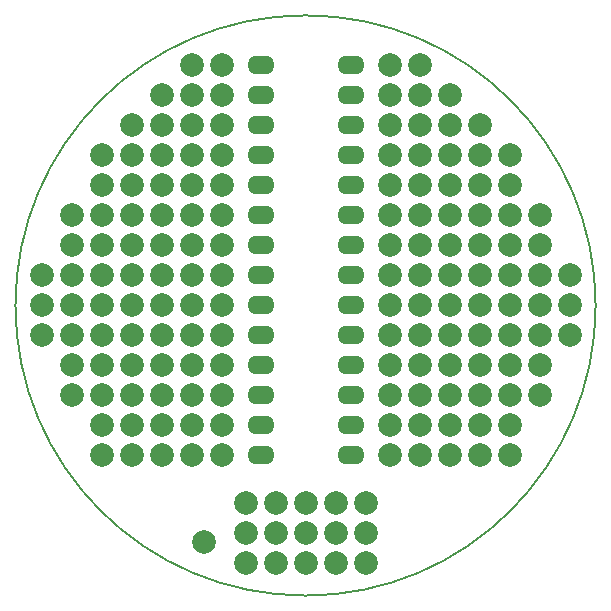
<source format=gtl>
G04 #@! TF.FileFunction,Copper,L1,Top,Signal*
%FSLAX46Y46*%
G04 Gerber Fmt 4.6, Leading zero omitted, Abs format (unit mm)*
G04 Created by KiCad (PCBNEW 4.0.2-4+6225~38~ubuntu15.10.1-stable) date So 13 Mär 2016 18:41:02 CET*
%MOMM*%
G01*
G04 APERTURE LIST*
%ADD10C,0.100000*%
%ADD11C,0.150000*%
%ADD12C,1.998980*%
%ADD13O,2.300000X1.600000*%
G04 APERTURE END LIST*
D10*
D11*
X173659800Y-123444000D02*
G75*
G03X173659800Y-123444000I-24561800J0D01*
G01*
D12*
X140462000Y-143510000D03*
X158750000Y-103124000D03*
X139446000Y-103124000D03*
X156210000Y-103124000D03*
X141986000Y-103124000D03*
X158750000Y-105664000D03*
X156210000Y-105664000D03*
X161290000Y-105664000D03*
X161290000Y-108204000D03*
X158750000Y-108204000D03*
X163830000Y-108204000D03*
X156210000Y-108204000D03*
X141986000Y-105664000D03*
X139446000Y-105664000D03*
X136906000Y-105664000D03*
X139446000Y-108204000D03*
X136906000Y-108204000D03*
X141986000Y-108204000D03*
X134366000Y-108204000D03*
X126746000Y-123444000D03*
X126746000Y-120904000D03*
X126746000Y-125984000D03*
X129286000Y-125984000D03*
X129286000Y-128524000D03*
X129286000Y-131064000D03*
X129286000Y-123444000D03*
X129286000Y-120904000D03*
X129286000Y-115824000D03*
X129286000Y-118364000D03*
X171450000Y-123444000D03*
X171450000Y-120904000D03*
X171450000Y-125984000D03*
X168910000Y-115824000D03*
X168910000Y-118364000D03*
X168910000Y-123444000D03*
X168910000Y-120904000D03*
X168910000Y-128524000D03*
X168910000Y-125984000D03*
X168910000Y-131064000D03*
X158750000Y-113284000D03*
X161290000Y-113284000D03*
X158750000Y-115824000D03*
X161290000Y-115824000D03*
X161290000Y-118364000D03*
X158750000Y-118364000D03*
X163830000Y-113284000D03*
X166370000Y-110744000D03*
X166370000Y-113284000D03*
X163830000Y-110744000D03*
X158750000Y-128524000D03*
X158750000Y-125984000D03*
X161290000Y-125984000D03*
X166370000Y-125984000D03*
X161290000Y-123444000D03*
X166370000Y-120904000D03*
X163830000Y-125984000D03*
X166370000Y-123444000D03*
X163830000Y-120904000D03*
X161290000Y-120904000D03*
X163830000Y-123444000D03*
X158750000Y-123444000D03*
X158750000Y-120904000D03*
X161290000Y-136144000D03*
X166370000Y-136144000D03*
X163830000Y-133604000D03*
X166370000Y-133604000D03*
X163830000Y-136144000D03*
X161290000Y-133604000D03*
X163830000Y-131064000D03*
X163830000Y-128524000D03*
X161290000Y-128524000D03*
X161290000Y-131064000D03*
X166370000Y-128524000D03*
X166370000Y-131064000D03*
X158750000Y-133604000D03*
X158750000Y-131064000D03*
X158750000Y-136144000D03*
X163830000Y-118364000D03*
X166370000Y-118364000D03*
X163830000Y-115824000D03*
X166370000Y-115824000D03*
X161290000Y-110744000D03*
X158750000Y-110744000D03*
X156210000Y-118364000D03*
X156210000Y-115824000D03*
X156210000Y-120904000D03*
X156210000Y-123444000D03*
X156210000Y-125984000D03*
X156210000Y-128524000D03*
X156210000Y-113284000D03*
X156210000Y-131064000D03*
X156210000Y-136144000D03*
X156210000Y-133604000D03*
X144018000Y-145288000D03*
X144018000Y-142748000D03*
X146558000Y-145288000D03*
X146558000Y-142748000D03*
X151638000Y-145288000D03*
X151638000Y-142748000D03*
X149098000Y-145288000D03*
X149098000Y-142748000D03*
X154178000Y-145288000D03*
X154178000Y-142748000D03*
X144018000Y-140208000D03*
X146558000Y-140208000D03*
X149098000Y-140208000D03*
X154178000Y-140208000D03*
X151638000Y-140208000D03*
X131826000Y-125984000D03*
X134366000Y-125984000D03*
X134366000Y-123444000D03*
X131826000Y-120904000D03*
X131826000Y-123444000D03*
X131826000Y-131064000D03*
X131826000Y-128524000D03*
X134366000Y-131064000D03*
X134366000Y-128524000D03*
X136906000Y-131064000D03*
X136906000Y-128524000D03*
X141986000Y-131064000D03*
X139446000Y-131064000D03*
X141986000Y-128524000D03*
X141986000Y-125984000D03*
X139446000Y-125984000D03*
X139446000Y-128524000D03*
X139446000Y-123444000D03*
X139446000Y-120904000D03*
X141986000Y-123444000D03*
X141986000Y-120904000D03*
X136906000Y-125984000D03*
X136906000Y-123444000D03*
X136906000Y-120904000D03*
X134366000Y-120904000D03*
X134366000Y-133604000D03*
X131826000Y-136144000D03*
X131826000Y-133604000D03*
X134366000Y-136144000D03*
X139446000Y-118364000D03*
X141986000Y-118364000D03*
X141986000Y-110744000D03*
X141986000Y-115824000D03*
X141986000Y-113284000D03*
X139446000Y-110744000D03*
X131826000Y-118364000D03*
X136906000Y-118364000D03*
X131826000Y-115824000D03*
X134366000Y-118364000D03*
X136906000Y-110744000D03*
X139446000Y-115824000D03*
X134366000Y-113284000D03*
X136906000Y-115824000D03*
X136906000Y-113284000D03*
X139446000Y-113284000D03*
X134366000Y-115824000D03*
X136906000Y-133604000D03*
X139446000Y-133604000D03*
X139446000Y-136144000D03*
X141986000Y-136144000D03*
X136906000Y-136144000D03*
X141986000Y-133604000D03*
X131826000Y-113284000D03*
X131826000Y-110744000D03*
X134366000Y-110744000D03*
X156210000Y-110744000D03*
D13*
X145288000Y-136144000D03*
X145288000Y-133604000D03*
X145288000Y-131064000D03*
X145288000Y-128524000D03*
X145288000Y-125984000D03*
X145288000Y-123444000D03*
X145288000Y-120904000D03*
X145288000Y-118364000D03*
X145288000Y-115824000D03*
X145288000Y-113284000D03*
X145288000Y-110744000D03*
X145288000Y-108204000D03*
X145288000Y-105664000D03*
X145288000Y-103124000D03*
X152908000Y-103124000D03*
X152908000Y-105664000D03*
X152908000Y-108204000D03*
X152908000Y-110744000D03*
X152908000Y-113284000D03*
X152908000Y-115824000D03*
X152908000Y-118364000D03*
X152908000Y-120904000D03*
X152908000Y-123444000D03*
X152908000Y-125984000D03*
X152908000Y-128524000D03*
X152908000Y-131064000D03*
X152908000Y-133604000D03*
X152908000Y-136144000D03*
M02*

</source>
